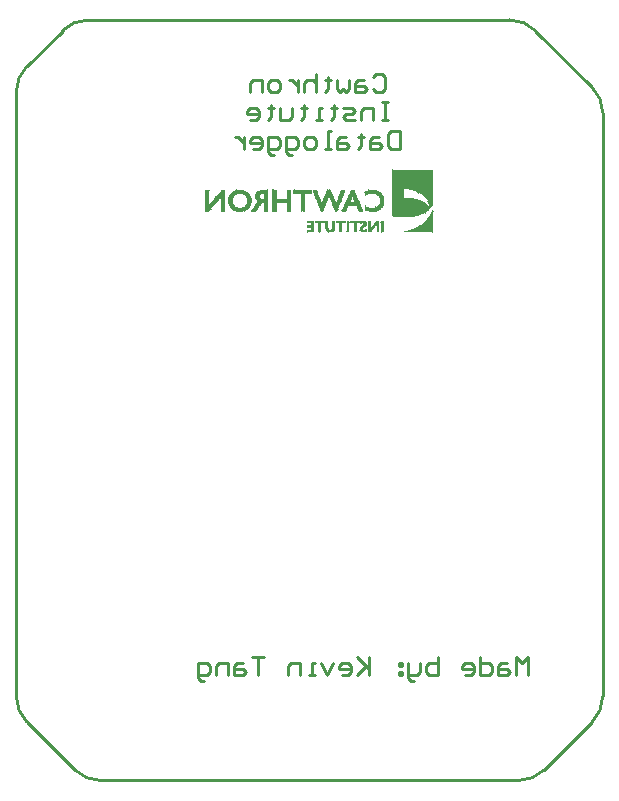
<source format=gbo>
G04 Layer_Color=32896*
%FSLAX25Y25*%
%MOIN*%
G70*
G01*
G75*
%ADD11C,0.01000*%
%ADD19C,0.00100*%
%ADD20C,0.00984*%
D11*
X170500Y35000D02*
Y40998D01*
X168501Y38999D01*
X166501Y40998D01*
Y35000D01*
X163502Y38999D02*
X161503D01*
X160503Y37999D01*
Y35000D01*
X163502D01*
X164502Y36000D01*
X163502Y36999D01*
X160503D01*
X154505Y40998D02*
Y35000D01*
X157504D01*
X158504Y36000D01*
Y37999D01*
X157504Y38999D01*
X154505D01*
X149507Y35000D02*
X151506D01*
X152506Y36000D01*
Y37999D01*
X151506Y38999D01*
X149507D01*
X148507Y37999D01*
Y36999D01*
X152506D01*
X140510Y40998D02*
Y35000D01*
X137511D01*
X136511Y36000D01*
Y36999D01*
Y37999D01*
X137511Y38999D01*
X140510D01*
X134512D02*
Y36000D01*
X133512Y35000D01*
X130513D01*
Y34000D01*
X131513Y33001D01*
X132512D01*
X130513Y35000D02*
Y38999D01*
X128514D02*
X127514D01*
Y37999D01*
X128514D01*
Y38999D01*
Y36000D02*
X127514D01*
Y35000D01*
X128514D01*
Y36000D01*
X117517Y40998D02*
Y35000D01*
Y36999D01*
X113518Y40998D01*
X116517Y37999D01*
X113518Y35000D01*
X108520D02*
X110519D01*
X111519Y36000D01*
Y37999D01*
X110519Y38999D01*
X108520D01*
X107520Y37999D01*
Y36999D01*
X111519D01*
X105521Y38999D02*
X103522Y35000D01*
X101522Y38999D01*
X99523Y35000D02*
X97524D01*
X98523D01*
Y38999D01*
X99523D01*
X94525Y35000D02*
Y38999D01*
X91526D01*
X90526Y37999D01*
Y35000D01*
X82529Y40998D02*
X78530D01*
X80529D01*
Y35000D01*
X75531Y38999D02*
X73531D01*
X72532Y37999D01*
Y35000D01*
X75531D01*
X76530Y36000D01*
X75531Y36999D01*
X72532D01*
X70532Y35000D02*
Y38999D01*
X67533D01*
X66534Y37999D01*
Y35000D01*
X62535Y33001D02*
X61535D01*
X60536Y34000D01*
Y38999D01*
X63535D01*
X64534Y37999D01*
Y36000D01*
X63535Y35000D01*
X60536D01*
X173036Y249964D02*
G03*
X164500Y253500I-8535J-8535D01*
G01*
X195500Y222500D02*
G03*
X191964Y231035I-12071J0D01*
G01*
Y19465D02*
G03*
X195500Y28000I-8535J8535D01*
G01*
X167500Y0D02*
G03*
X176035Y3536I0J12071D01*
G01*
X19465D02*
G03*
X28000Y0I8535J8535D01*
G01*
X0Y28000D02*
G03*
X3536Y19465I12071J0D01*
G01*
Y238035D02*
G03*
X0Y229500I8535J-8535D01*
G01*
X24000Y253500D02*
G03*
X15464Y249964I0J-12071D01*
G01*
X92000Y253500D02*
X164500D01*
X173036Y249964D02*
X191964Y231035D01*
X195500Y28000D02*
Y222500D01*
X176035Y3536D02*
X191964Y19465D01*
X28000Y0D02*
X167500D01*
X3536Y19465D02*
X19465Y3536D01*
X0Y28000D02*
Y229500D01*
X3536Y238035D02*
X15464Y249964D01*
X24000Y253500D02*
X92000D01*
D19*
X125300Y203700D02*
X125400D01*
X125500Y203600D02*
X138700D01*
X125400Y203500D02*
X138700D01*
X125400Y203400D02*
X138700D01*
X125400Y203300D02*
X138700D01*
X125400Y203200D02*
X138700D01*
X125400Y203100D02*
X138700D01*
X125400Y203000D02*
X138700D01*
X125400Y202900D02*
X138700D01*
X125400Y202800D02*
X138700D01*
X125400Y202700D02*
X138700D01*
X125400Y202600D02*
X138700D01*
X125400Y202500D02*
X138700D01*
X125400Y202400D02*
X138700D01*
X125400Y202300D02*
X138700D01*
X125400Y202200D02*
X138700D01*
X125400Y202100D02*
X138700D01*
X125400Y202000D02*
X138700D01*
X125400Y201900D02*
X138700D01*
X125400Y201800D02*
X138700D01*
X125400Y201700D02*
X138700D01*
X125400Y201600D02*
X138700D01*
X125400Y201500D02*
X138700D01*
X125400Y201400D02*
X138700D01*
X125400Y201300D02*
X138700D01*
X125400Y201200D02*
X138700D01*
X125400Y201100D02*
X138700D01*
X125400Y201000D02*
X138700D01*
X125400Y200900D02*
X138700D01*
X125400Y200800D02*
X138700D01*
X125400Y200700D02*
X138700D01*
X125400Y200600D02*
X138700D01*
X125400Y200500D02*
X138700D01*
X125400Y200400D02*
X138700D01*
X125400Y200300D02*
X138700D01*
X125400Y200200D02*
X138700D01*
X125400Y200100D02*
X138700D01*
X125400Y200000D02*
X138700D01*
X125400Y199900D02*
X138700D01*
X125400Y199800D02*
X138700D01*
X125400Y199700D02*
X138700D01*
X125400Y199600D02*
X138700D01*
X125400Y199500D02*
X138700D01*
X125400Y199400D02*
X138700D01*
X125400Y199300D02*
X138700D01*
X125400Y199200D02*
X138700D01*
X125400Y199100D02*
X138700D01*
X125400Y199000D02*
X138700D01*
X125400Y198900D02*
X138700D01*
X125400Y198800D02*
X138700D01*
X125400Y198700D02*
X138700D01*
X125400Y198600D02*
X138700D01*
X125400Y198500D02*
X138700D01*
X125400Y198400D02*
X138700D01*
X125400Y198300D02*
X138700D01*
X125400Y198200D02*
X138700D01*
X125400Y198100D02*
X138700D01*
X125400Y198000D02*
X138700D01*
X125400Y197900D02*
X138700D01*
X125400Y197800D02*
X138700D01*
X125400Y197700D02*
X138700D01*
X129000Y197600D02*
X138700D01*
X125400D02*
X128900D01*
X129900Y197500D02*
X138700D01*
X125400D02*
X129000D01*
X130500Y197400D02*
X138700D01*
X125400D02*
X128900D01*
X130900Y197300D02*
X138700D01*
X125400D02*
X128900D01*
X131300Y197200D02*
X138700D01*
X125400D02*
X128900D01*
X131700Y197100D02*
X138700D01*
X125400D02*
X128900D01*
X132000Y197000D02*
X138700D01*
X125400D02*
X128900D01*
X117200D02*
X117300D01*
X104300D02*
X104400D01*
X103600D02*
X103700D01*
X92600D02*
X92700D01*
X85400D02*
X85600D01*
X83500D02*
X83600D01*
X73100D02*
X73200D01*
X132300Y196900D02*
X138700D01*
X125400D02*
X128900D01*
X119400D02*
X119500D01*
X118200D02*
X118900D01*
X117400D02*
X117500D01*
X104600D02*
X104700D01*
X98200D02*
X98300D01*
X74000D02*
X74700D01*
X73200D02*
X73300D01*
X132600Y196800D02*
X138700D01*
X125400D02*
X128900D01*
X117600D02*
X119600D01*
X112400D02*
X112500D01*
X111500D02*
X112300D01*
X108300D02*
X109300D01*
X103600D02*
X104600D01*
X98800D02*
X99800D01*
X92300D02*
X98200D01*
X90200D02*
X91200D01*
X86500D02*
X86600D01*
X85400D02*
X86400D01*
X81500D02*
X83700D01*
X73400D02*
X75400D01*
X73000D02*
X73100D01*
X68500D02*
X69300D01*
X64000D02*
X64100D01*
X62900D02*
X63900D01*
X132800Y196700D02*
X138700D01*
X132500D02*
X132600D01*
X125400D02*
X128900D01*
X117100D02*
X119900D01*
X111500D02*
X112400D01*
X108300D02*
X109300D01*
X103500D02*
X104600D01*
X98800D02*
X99900D01*
X92400D02*
X98300D01*
X90200D02*
X91300D01*
X85400D02*
X86500D01*
X81100D02*
X83700D01*
X73000D02*
X75700D01*
X68400D02*
X69400D01*
X62900D02*
X63900D01*
X133100Y196600D02*
X138700D01*
X125400D02*
X128900D01*
X120300D02*
X120400D01*
X116900D02*
X120200D01*
X111500D02*
X112400D01*
X108200D02*
X109300D01*
X103500D02*
X104700D01*
X98900D02*
X100100D01*
X92400D02*
X98200D01*
X90200D02*
X91300D01*
X85400D02*
X86500D01*
X80800D02*
X83700D01*
X72800D02*
X76000D01*
X68300D02*
X69400D01*
X62900D02*
X63900D01*
X133300Y196500D02*
X138700D01*
X125400D02*
X128900D01*
X116600D02*
X120400D01*
X111400D02*
X112500D01*
X108200D02*
X109300D01*
X108000D02*
X108100D01*
X103400D02*
X104700D01*
X98900D02*
X100000D01*
X92400D02*
X98200D01*
X90200D02*
X91300D01*
X85400D02*
X86500D01*
X80600D02*
X83700D01*
X72600D02*
X76200D01*
X68200D02*
X69300D01*
X62900D02*
X63900D01*
X133600Y196400D02*
X138700D01*
X133100D02*
X133200D01*
X125400D02*
X128900D01*
X116300D02*
X120600D01*
X111400D02*
X112500D01*
X108100D02*
X109200D01*
X103400D02*
X104700D01*
X99000D02*
X100000D01*
X92400D02*
X98200D01*
X90200D02*
X91300D01*
X85400D02*
X86500D01*
X80400D02*
X83700D01*
X80200D02*
X80300D01*
X72400D02*
X76300D01*
X68100D02*
X69300D01*
X62900D02*
X63900D01*
X133800Y196300D02*
X138700D01*
X125400D02*
X128900D01*
X116200D02*
X120700D01*
X116000D02*
X116100D01*
X111300D02*
X112600D01*
X108100D02*
X109200D01*
X103400D02*
X104800D01*
X99000D02*
X100100D01*
X92400D02*
X98200D01*
X90200D02*
X91300D01*
X85400D02*
X86500D01*
X80300D02*
X83700D01*
X72200D02*
X76500D01*
X68000D02*
X69300D01*
X62900D02*
X63900D01*
X134000Y196200D02*
X138700D01*
X133800D02*
X133900D01*
X133600D02*
X133700D01*
X125400D02*
X128900D01*
X116200D02*
X120900D01*
X111300D02*
X112600D01*
X108100D02*
X109100D01*
X103200D02*
X104800D01*
X99000D02*
X100100D01*
X92400D02*
X98200D01*
X90200D02*
X91300D01*
X85400D02*
X86500D01*
X80200D02*
X83700D01*
X72100D02*
X76700D01*
X71900D02*
X72000D01*
X68000D02*
X69300D01*
X62900D02*
X63900D01*
X134200Y196100D02*
X138700D01*
X125400D02*
X128900D01*
X116200D02*
X121000D01*
X111200D02*
X112600D01*
X107900D02*
X109100D01*
X103300D02*
X104900D01*
X99100D02*
X100200D01*
X92400D02*
X98200D01*
X90200D02*
X91300D01*
X85400D02*
X86500D01*
X80100D02*
X83700D01*
X71900D02*
X76800D01*
X67900D02*
X69300D01*
X62900D02*
X63900D01*
X134400Y196000D02*
X138700D01*
X125400D02*
X128900D01*
X116200D02*
X121200D01*
X111200D02*
X112700D01*
X108000D02*
X109100D01*
X103200D02*
X104900D01*
X99100D02*
X100200D01*
X92400D02*
X98300D01*
X90200D02*
X91300D01*
X85400D02*
X86500D01*
X80000D02*
X83700D01*
X71800D02*
X76900D01*
X67800D02*
X69300D01*
X62900D02*
X63900D01*
X134600Y195900D02*
X138700D01*
X125400D02*
X128900D01*
X118700D02*
X121300D01*
X116200D02*
X118300D01*
X111100D02*
X112700D01*
X107900D02*
X109000D01*
X103200D02*
X104900D01*
X99200D02*
X100200D01*
X92400D02*
X98200D01*
X90200D02*
X91300D01*
X85400D02*
X86500D01*
X80000D02*
X83700D01*
X74500D02*
X77000D01*
X71700D02*
X74200D01*
X67700D02*
X69300D01*
X62900D02*
X63900D01*
X134700Y195800D02*
X138700D01*
X133800D02*
X133900D01*
X125400D02*
X128900D01*
X119400D02*
X121400D01*
X116200D02*
X117700D01*
X111100D02*
X112800D01*
X107900D02*
X109000D01*
X103200D02*
X105000D01*
X99200D02*
X100300D01*
X94800D02*
X95900D01*
X92600D02*
X92700D01*
X92300D02*
X92400D01*
X90200D02*
X91300D01*
X85400D02*
X86500D01*
X82700D02*
X83700D01*
X79900D02*
X81400D01*
X75200D02*
X77100D01*
X71600D02*
X73600D01*
X67600D02*
X69300D01*
X62900D02*
X63900D01*
X134900Y195700D02*
X138700D01*
X125400D02*
X128900D01*
X119700D02*
X121500D01*
X116200D02*
X117300D01*
X111100D02*
X112800D01*
X107800D02*
X108900D01*
X103100D02*
X105000D01*
X99200D02*
X100300D01*
X94800D02*
X95900D01*
X90200D02*
X91300D01*
X85400D02*
X86500D01*
X82700D02*
X83700D01*
X79800D02*
X81200D01*
X75500D02*
X77200D01*
X71500D02*
X73300D01*
X67500D02*
X69300D01*
X62900D02*
X63900D01*
X135100Y195600D02*
X138700D01*
X125400D02*
X128900D01*
X119900D02*
X121500D01*
X116200D02*
X117000D01*
X111000D02*
X112900D01*
X107800D02*
X108900D01*
X103100D02*
X105100D01*
X99300D02*
X100300D01*
X94800D02*
X95900D01*
X90200D02*
X91300D01*
X85400D02*
X86500D01*
X82700D02*
X83700D01*
X79800D02*
X81100D01*
X77400D02*
X77500D01*
X75700D02*
X77300D01*
X71400D02*
X73200D01*
X67400D02*
X69300D01*
X67200D02*
X67300D01*
X62900D02*
X63900D01*
X135200Y195500D02*
X138700D01*
X125400D02*
X128900D01*
X120100D02*
X121600D01*
X116200D02*
X116800D01*
X111000D02*
X112900D01*
X107800D02*
X108900D01*
X103000D02*
X105100D01*
X99300D02*
X100400D01*
X94800D02*
X95900D01*
X90200D02*
X91300D01*
X85400D02*
X86500D01*
X82700D02*
X83700D01*
X79800D02*
X81200D01*
X75900D02*
X77400D01*
X71400D02*
X72900D01*
X71100D02*
X71200D01*
X67300D02*
X69300D01*
X62900D02*
X63900D01*
X135400Y195400D02*
X138700D01*
X125400D02*
X128900D01*
X120200D02*
X121700D01*
X116700D02*
X116800D01*
X116200D02*
X116600D01*
X110800D02*
X112900D01*
X107700D02*
X108800D01*
X103000D02*
X105100D01*
X99300D02*
X100400D01*
X94800D02*
X95900D01*
X90200D02*
X91300D01*
X85400D02*
X86500D01*
X82700D02*
X83700D01*
X79700D02*
X80900D01*
X76000D02*
X77500D01*
X71300D02*
X72800D01*
X71100D02*
X71200D01*
X67300D02*
X69300D01*
X62900D02*
X63900D01*
X135500Y195300D02*
X138700D01*
X125400D02*
X128900D01*
X120400D02*
X121800D01*
X116200D02*
X116400D01*
X110900D02*
X113000D01*
X107700D02*
X108800D01*
X103000D02*
X105200D01*
X99400D02*
X100600D01*
X94800D02*
X95900D01*
X90200D02*
X91300D01*
X85400D02*
X86500D01*
X82700D02*
X83700D01*
X79700D02*
X80800D01*
X76100D02*
X77500D01*
X71100D02*
X72600D01*
X67200D02*
X69300D01*
X62900D02*
X63900D01*
X135600Y195200D02*
X138700D01*
X125400D02*
X128900D01*
X120500D02*
X121800D01*
X110800D02*
X113000D01*
X107700D02*
X108700D01*
X105300D02*
X105400D01*
X104100D02*
X105200D01*
X102900D02*
X104000D01*
X99400D02*
X100500D01*
X94800D02*
X95900D01*
X90200D02*
X91300D01*
X85400D02*
X86500D01*
X82700D02*
X83700D01*
X79700D02*
X80800D01*
X76200D02*
X77600D01*
X71200D02*
X72500D01*
X67100D02*
X69300D01*
X62900D02*
X63900D01*
X135800Y195100D02*
X138700D01*
X135500D02*
X135700D01*
X125400D02*
X128900D01*
X120600D02*
X121900D01*
X112000D02*
X113200D01*
X110800D02*
X111900D01*
X110600D02*
X110700D01*
X107600D02*
X108700D01*
X104200D02*
X105400D01*
X102900D02*
X104000D01*
X99500D02*
X100500D01*
X94800D02*
X95900D01*
X90200D02*
X91300D01*
X85400D02*
X86500D01*
X82700D02*
X83700D01*
X79700D02*
X80800D01*
X76400D02*
X77600D01*
X71100D02*
X72400D01*
X67000D02*
X69300D01*
X62900D02*
X63900D01*
X135900Y195000D02*
X138700D01*
X125400D02*
X128900D01*
X120700D02*
X121900D01*
X112000D02*
X113100D01*
X110700D02*
X111900D01*
X107600D02*
X108700D01*
X104100D02*
X105300D01*
X102800D02*
X103900D01*
X99500D02*
X100600D01*
X94800D02*
X95900D01*
X90200D02*
X91300D01*
X85400D02*
X86500D01*
X82700D02*
X83700D01*
X79700D02*
X80800D01*
X76400D02*
X77700D01*
X71000D02*
X72300D01*
X66900D02*
X69300D01*
X62900D02*
X63900D01*
X136000Y194900D02*
X138700D01*
X125400D02*
X128900D01*
X120800D02*
X122000D01*
X112100D02*
X113200D01*
X110700D02*
X111800D01*
X107400D02*
X108600D01*
X104300D02*
X105300D01*
X102800D02*
X103900D01*
X99600D02*
X100600D01*
X94800D02*
X95900D01*
X90200D02*
X91300D01*
X85400D02*
X86500D01*
X82700D02*
X83700D01*
X79700D02*
X80800D01*
X76500D02*
X77900D01*
X71000D02*
X72300D01*
X68300D02*
X69300D01*
X66800D02*
X68200D01*
X62900D02*
X63900D01*
X136100Y194800D02*
X138700D01*
X125400D02*
X128900D01*
X120800D02*
X122000D01*
X112100D02*
X113200D01*
X110500D02*
X111800D01*
X107500D02*
X108600D01*
X105500D02*
X105600D01*
X104300D02*
X105400D01*
X102800D02*
X103900D01*
X99600D02*
X100700D01*
X94800D02*
X95900D01*
X90200D02*
X91300D01*
X85400D02*
X86500D01*
X82700D02*
X83700D01*
X79700D02*
X80800D01*
X76600D02*
X77800D01*
X71000D02*
X72200D01*
X68300D02*
X69300D01*
X66700D02*
X68100D01*
X62900D02*
X63900D01*
X136200Y194700D02*
X138700D01*
X125400D02*
X128900D01*
X120900D02*
X122100D01*
X112200D02*
X113400D01*
X110500D02*
X111700D01*
X107500D02*
X108500D01*
X104300D02*
X105400D01*
X102700D02*
X103800D01*
X99600D02*
X100700D01*
X94800D02*
X95900D01*
X90200D02*
X91300D01*
X85400D02*
X86500D01*
X82700D02*
X83700D01*
X79700D02*
X80800D01*
X76600D02*
X77900D01*
X70900D02*
X72100D01*
X68300D02*
X69300D01*
X66600D02*
X68000D01*
X66400D02*
X66500D01*
X62900D02*
X63900D01*
X136300Y194600D02*
X138700D01*
X125400D02*
X128900D01*
X120900D02*
X122100D01*
X112200D02*
X113300D01*
X110600D02*
X111700D01*
X107400D02*
X108500D01*
X104400D02*
X105500D01*
X102700D02*
X103800D01*
X99700D02*
X100700D01*
X94800D02*
X95900D01*
X90200D02*
X91300D01*
X85400D02*
X86500D01*
X82700D02*
X83700D01*
X79700D02*
X80800D01*
X76700D02*
X77900D01*
X70900D02*
X72200D01*
X68300D02*
X69300D01*
X68100D02*
X68200D01*
X66600D02*
X67900D01*
X62900D02*
X63900D01*
X136400Y194500D02*
X138700D01*
X125400D02*
X128900D01*
X121000D02*
X122200D01*
X112100D02*
X113300D01*
X110500D02*
X111700D01*
X107400D02*
X108500D01*
X104400D02*
X105500D01*
X102600D02*
X103700D01*
X99700D02*
X100800D01*
X94800D02*
X95900D01*
X90200D02*
X91300D01*
X85400D02*
X86500D01*
X82700D02*
X83700D01*
X79700D02*
X80800D01*
X76700D02*
X77900D01*
X70700D02*
X72000D01*
X68300D02*
X69300D01*
X67900D02*
X68000D01*
X66500D02*
X67800D01*
X62900D02*
X63900D01*
X136500Y194400D02*
X138700D01*
X125400D02*
X128900D01*
X121000D02*
X122200D01*
X112300D02*
X113400D01*
X110500D02*
X111600D01*
X107200D02*
X108500D01*
X104500D02*
X105500D01*
X102600D02*
X103700D01*
X99800D02*
X100800D01*
X94800D02*
X95900D01*
X90200D02*
X91300D01*
X85400D02*
X86500D01*
X82700D02*
X83700D01*
X79700D02*
X80900D01*
X76800D02*
X78000D01*
X70800D02*
X72000D01*
X68300D02*
X69300D01*
X66400D02*
X67700D01*
X62900D02*
X63900D01*
X136600Y194300D02*
X138700D01*
X131200D02*
X131300D01*
X125400D02*
X128900D01*
X121100D02*
X122200D01*
X112300D02*
X113400D01*
X110400D02*
X111600D01*
X107300D02*
X108400D01*
X104500D02*
X105600D01*
X102600D02*
X103700D01*
X99800D02*
X100900D01*
X94800D02*
X95900D01*
X90200D02*
X91300D01*
X85400D02*
X86500D01*
X82700D02*
X83700D01*
X79700D02*
X80900D01*
X76800D02*
X78000D01*
X70800D02*
X71900D01*
X68300D02*
X69300D01*
X66300D02*
X67700D01*
X62900D02*
X63900D01*
X136700Y194200D02*
X138700D01*
X136500D02*
X136600D01*
X129100D02*
X130500D01*
X125400D02*
X128900D01*
X121100D02*
X122300D01*
X112400D02*
X113500D01*
X110400D02*
X111500D01*
X107300D02*
X108300D01*
X104500D02*
X105600D01*
X102500D02*
X103600D01*
X99800D02*
X100900D01*
X94800D02*
X95900D01*
X90200D02*
X91300D01*
X85400D02*
X86500D01*
X82700D02*
X83700D01*
X79800D02*
X81000D01*
X76900D02*
X78000D01*
X70700D02*
X71900D01*
X68300D02*
X69300D01*
X67700D02*
X67800D01*
X66200D02*
X67600D01*
X62900D02*
X63900D01*
X136700Y194100D02*
X138700D01*
X125400D02*
X131800D01*
X121200D02*
X122300D01*
X112400D02*
X113500D01*
X112200D02*
X112300D01*
X110300D02*
X111500D01*
X110100D02*
X110200D01*
X107200D02*
X108300D01*
X104600D02*
X105700D01*
X102500D02*
X103700D01*
X99900D02*
X100900D01*
X94800D02*
X95900D01*
X90200D02*
X91300D01*
X85400D02*
X86500D01*
X82700D02*
X83700D01*
X79800D02*
X81100D01*
X76900D02*
X78000D01*
X70700D02*
X71900D01*
X68300D02*
X69300D01*
X66100D02*
X67500D01*
X62900D02*
X63900D01*
X136800Y194000D02*
X138700D01*
X125400D02*
X132300D01*
X121200D02*
X122300D01*
X112400D02*
X113500D01*
X110300D02*
X111400D01*
X107200D02*
X108200D01*
X104600D02*
X105700D01*
X102400D02*
X103500D01*
X99900D02*
X101000D01*
X99700D02*
X99800D01*
X94800D02*
X95900D01*
X90200D02*
X91300D01*
X85400D02*
X86500D01*
X82700D02*
X83700D01*
X79900D02*
X81300D01*
X76900D02*
X78100D01*
X70700D02*
X71800D01*
X68300D02*
X69300D01*
X66000D02*
X67400D01*
X62900D02*
X63900D01*
X136900Y193900D02*
X138700D01*
X133200D02*
X133400D01*
X125400D02*
X132800D01*
X121200D02*
X122300D01*
X112500D02*
X113600D01*
X110300D02*
X111500D01*
X107100D02*
X108200D01*
X104700D02*
X105700D01*
X102400D02*
X103500D01*
X100000D02*
X101000D01*
X94800D02*
X95900D01*
X90200D02*
X91300D01*
X90000D02*
X90100D01*
X85400D02*
X86600D01*
X82700D02*
X83700D01*
X79900D02*
X81500D01*
X76900D02*
X78100D01*
X70700D02*
X71800D01*
X68300D02*
X69300D01*
X65900D02*
X67300D01*
X62900D02*
X63900D01*
X136900Y193800D02*
X138700D01*
X125400D02*
X133300D01*
X121200D02*
X122300D01*
X112400D02*
X113600D01*
X110200D02*
X111500D01*
X107100D02*
X108200D01*
X104700D02*
X105800D01*
X102400D02*
X103500D01*
X100000D02*
X101100D01*
X94800D02*
X95900D01*
X85400D02*
X91300D01*
X80000D02*
X83700D01*
X77000D02*
X78100D01*
X70700D02*
X71800D01*
X68300D02*
X69300D01*
X65900D02*
X67200D01*
X62900D02*
X63900D01*
X137000Y193700D02*
X138700D01*
X125400D02*
X133600D01*
X121200D02*
X122400D01*
X112600D02*
X113700D01*
X110200D02*
X111300D01*
X107100D02*
X108100D01*
X104800D02*
X105800D01*
X102300D02*
X103400D01*
X100000D02*
X101100D01*
X94800D02*
X95900D01*
X85400D02*
X91300D01*
X80100D02*
X83700D01*
X77000D02*
X78100D01*
X70700D02*
X71800D01*
X68300D02*
X69300D01*
X65800D02*
X67100D01*
X62900D02*
X63900D01*
X137100Y193600D02*
X138700D01*
X125400D02*
X134000D01*
X121300D02*
X122400D01*
X112600D02*
X113700D01*
X110100D02*
X111300D01*
X107000D02*
X108100D01*
X104800D02*
X105900D01*
X102300D02*
X103500D01*
X100100D02*
X101100D01*
X94800D02*
X95900D01*
X85400D02*
X91300D01*
X80100D02*
X83700D01*
X77000D02*
X78100D01*
X70700D02*
X71800D01*
X68300D02*
X69300D01*
X67100D02*
X67200D01*
X65700D02*
X67000D01*
X62900D02*
X63900D01*
X137100Y193500D02*
X138700D01*
X125400D02*
X134200D01*
X121300D02*
X122400D01*
X112700D02*
X113800D01*
X110100D02*
X111200D01*
X107000D02*
X108100D01*
X104800D02*
X105900D01*
X102200D02*
X103400D01*
X100100D02*
X101200D01*
X94800D02*
X95900D01*
X85400D02*
X91300D01*
X80200D02*
X83700D01*
X77000D02*
X78100D01*
X70600D02*
X71800D01*
X68300D02*
X69300D01*
X65600D02*
X67000D01*
X62900D02*
X63900D01*
X137200Y193400D02*
X138700D01*
X134600D02*
X134700D01*
X125400D02*
X134500D01*
X121300D02*
X122400D01*
X112700D02*
X113800D01*
X110000D02*
X111200D01*
X106900D02*
X108000D01*
X104900D02*
X106000D01*
X102200D02*
X103300D01*
X100200D02*
X101200D01*
X94800D02*
X95900D01*
X85400D02*
X91300D01*
X80400D02*
X83700D01*
X77000D02*
X78100D01*
X70600D02*
X71800D01*
X68300D02*
X69300D01*
X65500D02*
X66900D01*
X62900D02*
X63900D01*
X137200Y193300D02*
X138700D01*
X134900D02*
X135000D01*
X125400D02*
X134700D01*
X121300D02*
X122400D01*
X112800D02*
X113900D01*
X110000D02*
X111100D01*
X106900D02*
X108000D01*
X104900D02*
X106000D01*
X102200D02*
X103300D01*
X100200D02*
X101300D01*
X94800D02*
X95900D01*
X85400D02*
X91300D01*
X80500D02*
X83700D01*
X77000D02*
X78100D01*
X70600D02*
X71800D01*
X68300D02*
X69300D01*
X65400D02*
X66800D01*
X62900D02*
X63900D01*
X137200Y193200D02*
X138700D01*
X137000D02*
X137100D01*
X125400D02*
X135000D01*
X121300D02*
X122400D01*
X112800D02*
X113900D01*
X110000D02*
X111100D01*
X106900D02*
X107900D01*
X105000D02*
X106000D01*
X104800D02*
X104900D01*
X103300D02*
X103400D01*
X102100D02*
X103200D01*
X100200D02*
X101300D01*
X94800D02*
X95900D01*
X85400D02*
X91300D01*
X80700D02*
X83700D01*
X77000D02*
X78100D01*
X70600D02*
X71800D01*
X68300D02*
X69300D01*
X65300D02*
X66700D01*
X62900D02*
X63900D01*
X137300Y193100D02*
X138700D01*
X125400D02*
X135200D01*
X121300D02*
X122400D01*
X112700D02*
X113900D01*
X109900D02*
X111000D01*
X108000D02*
X108100D01*
X106800D02*
X107900D01*
X105000D02*
X106100D01*
X102100D02*
X103300D01*
X100300D02*
X101300D01*
X94800D02*
X95900D01*
X85400D02*
X91300D01*
X80700D02*
X83700D01*
X80400D02*
X80500D01*
X77000D02*
X78100D01*
X70700D02*
X71900D01*
X68300D02*
X69300D01*
X65200D02*
X66600D01*
X62900D02*
X63900D01*
X137300Y193000D02*
X138700D01*
X125400D02*
X135300D01*
X121200D02*
X122400D01*
X112900D02*
X114100D01*
X109800D02*
X111000D01*
X106800D02*
X107800D01*
X106200D02*
X106300D01*
X105000D02*
X106100D01*
X103200D02*
X103300D01*
X102000D02*
X103100D01*
X100300D02*
X101400D01*
X94800D02*
X95900D01*
X85400D02*
X91300D01*
X80500D02*
X83700D01*
X77000D02*
X78100D01*
X70700D02*
X71800D01*
X68300D02*
X69300D01*
X65200D02*
X66500D01*
X62900D02*
X63900D01*
X137300Y192900D02*
X138700D01*
X125400D02*
X135500D01*
X121200D02*
X122400D01*
X112900D02*
X114000D01*
X109800D02*
X110900D01*
X106700D02*
X107800D01*
X105100D02*
X106300D01*
X102000D02*
X103100D01*
X100400D02*
X101400D01*
X94800D02*
X95900D01*
X85400D02*
X91300D01*
X80400D02*
X83700D01*
X77000D02*
X78100D01*
X70700D02*
X71800D01*
X68300D02*
X69300D01*
X66500D02*
X66600D01*
X65100D02*
X66400D01*
X62900D02*
X63900D01*
X137400Y192800D02*
X138700D01*
X125400D02*
X135700D01*
X121200D02*
X122300D01*
X109800D02*
X114100D01*
X106700D02*
X107800D01*
X105100D02*
X106200D01*
X101900D02*
X103100D01*
X100400D02*
X101500D01*
X94800D02*
X95900D01*
X90200D02*
X91300D01*
X85400D02*
X86500D01*
X82700D02*
X83700D01*
X80300D02*
X81900D01*
X76900D02*
X78100D01*
X70700D02*
X71800D01*
X68300D02*
X69300D01*
X65000D02*
X66300D01*
X62900D02*
X63900D01*
X137400Y192700D02*
X138700D01*
X125400D02*
X135900D01*
X121200D02*
X122300D01*
X109700D02*
X114100D01*
X106500D02*
X107700D01*
X106300D02*
X106400D01*
X105200D02*
X106200D01*
X101900D02*
X103000D01*
X100500D02*
X101600D01*
X94800D02*
X95900D01*
X90200D02*
X91300D01*
X85400D02*
X86500D01*
X82700D02*
X83700D01*
X80100D02*
X81700D01*
X76900D02*
X78100D01*
X70700D02*
X71800D01*
X68300D02*
X69300D01*
X64900D02*
X66300D01*
X62900D02*
X63900D01*
X137400Y192600D02*
X138700D01*
X136200D02*
X136300D01*
X125400D02*
X136000D01*
X121200D02*
X122300D01*
X109700D02*
X114100D01*
X106600D02*
X107700D01*
X105200D02*
X106400D01*
X101900D02*
X103000D01*
X100500D02*
X101500D01*
X94800D02*
X95900D01*
X90200D02*
X91300D01*
X85400D02*
X86500D01*
X82700D02*
X83700D01*
X80200D02*
X81600D01*
X76900D02*
X78000D01*
X70700D02*
X71900D01*
X68300D02*
X69300D01*
X64800D02*
X66200D01*
X62900D02*
X63900D01*
X137500Y192500D02*
X138700D01*
X125400D02*
X136100D01*
X121100D02*
X122300D01*
X109600D02*
X114200D01*
X106600D02*
X107600D01*
X105200D02*
X106300D01*
X101800D02*
X102900D01*
X100500D02*
X101600D01*
X94800D02*
X95900D01*
X90200D02*
X91300D01*
X85400D02*
X86500D01*
X82700D02*
X83700D01*
X80100D02*
X81400D01*
X76900D02*
X78000D01*
X70800D02*
X71900D01*
X68300D02*
X69300D01*
X64700D02*
X66100D01*
X62900D02*
X63900D01*
X137500Y192400D02*
X138600D01*
X125400D02*
X136300D01*
X121100D02*
X122300D01*
X109600D02*
X114200D01*
X106500D02*
X107600D01*
X105300D02*
X106300D01*
X101800D02*
X102900D01*
X100600D02*
X101600D01*
X94800D02*
X95900D01*
X90200D02*
X91300D01*
X85400D02*
X86500D01*
X82700D02*
X83700D01*
X80000D02*
X81300D01*
X76800D02*
X78000D01*
X70800D02*
X71900D01*
X68300D02*
X69300D01*
X64600D02*
X66000D01*
X62900D02*
X63900D01*
X137500Y192300D02*
X138600D01*
X125400D02*
X136400D01*
X121100D02*
X122200D01*
X109500D02*
X114300D01*
X106500D02*
X107600D01*
X105200D02*
X106400D01*
X101800D02*
X102900D01*
X100500D02*
X101700D01*
X94800D02*
X95900D01*
X90200D02*
X91300D01*
X85400D02*
X86500D01*
X82700D02*
X83700D01*
X79900D02*
X81200D01*
X76800D02*
X78000D01*
X70800D02*
X72000D01*
X68300D02*
X69300D01*
X64500D02*
X65900D01*
X62900D02*
X63900D01*
X137500Y192200D02*
X138500D01*
X125400D02*
X136500D01*
X121000D02*
X122200D01*
X109500D02*
X114300D01*
X105300D02*
X107500D01*
X100700D02*
X102800D01*
X94800D02*
X95900D01*
X90200D02*
X91300D01*
X85400D02*
X86500D01*
X82700D02*
X83700D01*
X79900D02*
X81100D01*
X76700D02*
X77900D01*
X70800D02*
X72000D01*
X68300D02*
X69300D01*
X64500D02*
X65800D01*
X62900D02*
X63900D01*
X137500Y192100D02*
X138500D01*
X125400D02*
X136600D01*
X121000D02*
X122100D01*
X109500D02*
X114500D01*
X105400D02*
X107500D01*
X100700D02*
X102800D01*
X100500D02*
X100600D01*
X94800D02*
X95900D01*
X90200D02*
X91300D01*
X85400D02*
X86500D01*
X82700D02*
X83700D01*
X79800D02*
X81100D01*
X76700D02*
X77900D01*
X70900D02*
X72100D01*
X68300D02*
X69300D01*
X64400D02*
X65700D01*
X62900D02*
X63900D01*
X137500Y192000D02*
X138400D01*
X125400D02*
X136700D01*
X120900D02*
X122100D01*
X109400D02*
X114400D01*
X105400D02*
X107500D01*
X100700D02*
X102800D01*
X94800D02*
X95900D01*
X90200D02*
X91300D01*
X85400D02*
X86500D01*
X82700D02*
X83700D01*
X81100D02*
X81200D01*
X79700D02*
X81000D01*
X76600D02*
X77900D01*
X70900D02*
X72100D01*
X68300D02*
X69300D01*
X64300D02*
X65700D01*
X62900D02*
X63900D01*
X137500Y191900D02*
X138400D01*
X125400D02*
X136800D01*
X120800D02*
X122100D01*
X109400D02*
X114500D01*
X105500D02*
X107400D01*
X105300D02*
X105400D01*
X100800D02*
X102800D01*
X100600D02*
X100700D01*
X94800D02*
X95900D01*
X90200D02*
X91300D01*
X85400D02*
X86500D01*
X82700D02*
X83700D01*
X81200D02*
X81300D01*
X79700D02*
X80900D01*
X76600D02*
X77800D01*
X71000D02*
X72200D01*
X68300D02*
X69300D01*
X64200D02*
X65600D01*
X62900D02*
X63900D01*
X138400Y191800D02*
X138500D01*
X137500D02*
X138300D01*
X125400D02*
X136900D01*
X120800D02*
X122000D01*
X113400D02*
X114600D01*
X109300D02*
X110400D01*
X105400D02*
X107400D01*
X100800D02*
X102600D01*
X94800D02*
X95900D01*
X90200D02*
X91300D01*
X85400D02*
X86500D01*
X82700D02*
X83700D01*
X79600D02*
X80800D01*
X76500D02*
X77800D01*
X72500D02*
X72600D01*
X71000D02*
X72300D01*
X68300D02*
X69300D01*
X64100D02*
X65500D01*
X62900D02*
X63900D01*
X137500Y191700D02*
X138300D01*
X125400D02*
X137000D01*
X120700D02*
X122000D01*
X120500D02*
X120600D01*
X116100D02*
X116200D01*
X114600D02*
X114700D01*
X113400D02*
X114500D01*
X109300D02*
X110400D01*
X105600D02*
X107300D01*
X105400D02*
X105500D01*
X100900D02*
X102600D01*
X94800D02*
X95900D01*
X90200D02*
X91300D01*
X85400D02*
X86500D01*
X82700D02*
X83700D01*
X79500D02*
X80800D01*
X76400D02*
X77700D01*
X71100D02*
X72300D01*
X68300D02*
X69300D01*
X64000D02*
X65400D01*
X62900D02*
X63900D01*
X138300Y191600D02*
X138400D01*
X137500D02*
X138200D01*
X125400D02*
X137100D01*
X120600D02*
X121900D01*
X113500D02*
X114700D01*
X109200D02*
X110300D01*
X105600D02*
X107300D01*
X100900D02*
X102600D01*
X94800D02*
X95900D01*
X90200D02*
X91300D01*
X85400D02*
X86500D01*
X82700D02*
X83700D01*
X79500D02*
X80700D01*
X76300D02*
X77600D01*
X71100D02*
X72400D01*
X68300D02*
X69300D01*
X62900D02*
X65300D01*
X137500Y191500D02*
X138200D01*
X125400D02*
X137200D01*
X120500D02*
X121900D01*
X116100D02*
X116300D01*
X113500D02*
X114600D01*
X109200D02*
X110300D01*
X105600D02*
X107300D01*
X100900D02*
X102500D01*
X94800D02*
X95900D01*
X90200D02*
X91300D01*
X85400D02*
X86500D01*
X82700D02*
X83700D01*
X79400D02*
X80600D01*
X76200D02*
X77600D01*
X71200D02*
X72500D01*
X68300D02*
X69300D01*
X62900D02*
X65200D01*
X137500Y191400D02*
X138100D01*
X125400D02*
X137300D01*
X120400D02*
X121800D01*
X119500D02*
X119600D01*
X116100D02*
X116400D01*
X113600D02*
X114700D01*
X109100D02*
X110400D01*
X105700D02*
X107200D01*
X101000D02*
X102500D01*
X94800D02*
X95900D01*
X90200D02*
X91300D01*
X85400D02*
X86500D01*
X82700D02*
X83700D01*
X79300D02*
X80600D01*
X76100D02*
X77500D01*
X71100D02*
X72600D01*
X68300D02*
X69300D01*
X62900D02*
X65100D01*
X137500Y191300D02*
X138000D01*
X125400D02*
X137400D01*
X120200D02*
X121700D01*
X116100D02*
X116600D01*
X113600D02*
X114700D01*
X109100D02*
X110200D01*
X108900D02*
X109000D01*
X105700D02*
X107200D01*
X101000D02*
X102500D01*
X94800D02*
X95900D01*
X90200D02*
X91300D01*
X85400D02*
X86500D01*
X82700D02*
X83700D01*
X79300D02*
X80500D01*
X76000D02*
X77500D01*
X71300D02*
X72800D01*
X71100D02*
X71200D01*
X68300D02*
X69300D01*
X62900D02*
X65000D01*
X137500Y191200D02*
X138000D01*
X125400D02*
X137400D01*
X121800D02*
X121900D01*
X120100D02*
X121700D01*
X119900D02*
X120000D01*
X116900D02*
X117100D01*
X116100D02*
X116800D01*
X113500D02*
X114700D01*
X109100D02*
X110200D01*
X108900D02*
X109000D01*
X105800D02*
X107100D01*
X101100D02*
X102400D01*
X94800D02*
X95900D01*
X90200D02*
X91300D01*
X85400D02*
X86500D01*
X82700D02*
X83700D01*
X79200D02*
X80400D01*
X75900D02*
X77400D01*
X71400D02*
X72900D01*
X68300D02*
X69300D01*
X62900D02*
X65000D01*
X125400Y191100D02*
X137900D01*
X119900D02*
X121600D01*
X116100D02*
X117000D01*
X113700D02*
X114800D01*
X108900D02*
X110100D01*
X105800D02*
X107100D01*
X101100D02*
X102500D01*
X94800D02*
X95900D01*
X90200D02*
X91300D01*
X85400D02*
X86500D01*
X82700D02*
X83700D01*
X79200D02*
X80400D01*
X75700D02*
X77300D01*
X71400D02*
X73100D01*
X68300D02*
X69300D01*
X62900D02*
X64900D01*
X125400Y191000D02*
X137800D01*
X119700D02*
X121500D01*
X116100D02*
X117300D01*
X113600D02*
X114800D01*
X109000D02*
X110100D01*
X105800D02*
X107000D01*
X102400D02*
X102500D01*
X101100D02*
X102300D01*
X94800D02*
X95900D01*
X90200D02*
X91300D01*
X85400D02*
X86500D01*
X82700D02*
X83700D01*
X79100D02*
X80300D01*
X75400D02*
X77200D01*
X73500D02*
X73600D01*
X71500D02*
X73300D01*
X68300D02*
X69300D01*
X62900D02*
X64800D01*
X125400Y190900D02*
X137700D01*
X119400D02*
X121400D01*
X119100D02*
X119200D01*
X116100D02*
X117700D01*
X113800D02*
X114900D01*
X113600D02*
X113700D01*
X108800D02*
X110000D01*
X105900D02*
X107000D01*
X101200D02*
X102300D01*
X94800D02*
X95900D01*
X90200D02*
X91300D01*
X85400D02*
X86500D01*
X82700D02*
X83700D01*
X80300D02*
X80400D01*
X79000D02*
X80200D01*
X75200D02*
X77100D01*
X71600D02*
X73600D01*
X68300D02*
X69300D01*
X62900D02*
X64700D01*
X125400Y190800D02*
X137600D01*
X118700D02*
X121300D01*
X116100D02*
X118500D01*
X113800D02*
X114900D01*
X113600D02*
X113700D01*
X108900D02*
X110000D01*
X105900D02*
X107000D01*
X101200D02*
X102400D01*
X94800D02*
X95900D01*
X90200D02*
X91300D01*
X85400D02*
X86500D01*
X82700D02*
X83700D01*
X79000D02*
X80200D01*
X74500D02*
X77000D01*
X71700D02*
X74300D01*
X68300D02*
X69300D01*
X62900D02*
X64600D01*
X125400Y190700D02*
X137500D01*
X116100D02*
X121200D01*
X113900D02*
X115000D01*
X108800D02*
X109900D01*
X106000D02*
X106900D01*
X102300D02*
X102400D01*
X101300D02*
X102200D01*
X94800D02*
X95900D01*
X90200D02*
X91300D01*
X85400D02*
X86500D01*
X82700D02*
X83700D01*
X78900D02*
X80100D01*
X71800D02*
X76900D01*
X68300D02*
X69300D01*
X62900D02*
X64500D01*
X125400Y190600D02*
X137400D01*
X121200D02*
X121300D01*
X116100D02*
X121100D01*
X113900D02*
X115000D01*
X108800D02*
X109900D01*
X107300D02*
X107400D01*
X105900D02*
X106900D01*
X101300D02*
X102200D01*
X94800D02*
X95900D01*
X90200D02*
X91300D01*
X85400D02*
X86500D01*
X82700D02*
X83700D01*
X78800D02*
X80100D01*
X71900D02*
X76800D01*
X68300D02*
X69300D01*
X64700D02*
X64800D01*
X62900D02*
X64400D01*
X125400Y190500D02*
X137400D01*
X116100D02*
X120900D01*
X113900D02*
X115000D01*
X108700D02*
X109800D01*
X106100D02*
X106800D01*
X101300D02*
X102100D01*
X94800D02*
X95900D01*
X90200D02*
X91300D01*
X85400D02*
X86500D01*
X82700D02*
X83700D01*
X78800D02*
X80000D01*
X72100D02*
X76700D01*
X68300D02*
X69300D01*
X62900D02*
X64300D01*
X125400Y190400D02*
X137200D01*
X116100D02*
X120800D01*
X114000D02*
X115100D01*
X108700D02*
X109800D01*
X106100D02*
X106800D01*
X101400D02*
X102100D01*
X94800D02*
X95900D01*
X90200D02*
X91300D01*
X85400D02*
X86500D01*
X82700D02*
X83700D01*
X78700D02*
X79900D01*
X72200D02*
X76500D01*
X68300D02*
X69300D01*
X62900D02*
X64300D01*
X125400Y190300D02*
X137100D01*
X116300D02*
X120600D01*
X116100D02*
X116200D01*
X113900D02*
X115100D01*
X108700D02*
X109900D01*
X106100D02*
X106800D01*
X101400D02*
X102100D01*
X94800D02*
X95900D01*
X90200D02*
X91300D01*
X85400D02*
X86500D01*
X82700D02*
X83700D01*
X78600D02*
X79900D01*
X72400D02*
X76400D01*
X72100D02*
X72200D01*
X68300D02*
X69300D01*
X62900D02*
X64200D01*
X125400Y190200D02*
X137100D01*
X116600D02*
X120400D01*
X114100D02*
X115200D01*
X108600D02*
X109700D01*
X108400D02*
X108500D01*
X106200D02*
X106700D01*
X101500D02*
X102000D01*
X94800D02*
X95900D01*
X90200D02*
X91300D01*
X85400D02*
X86500D01*
X82700D02*
X83700D01*
X78500D02*
X79800D01*
X72600D02*
X76200D01*
X68300D02*
X69300D01*
X62900D02*
X64100D01*
X125400Y190100D02*
X136900D01*
X116800D02*
X120200D01*
X114100D02*
X115200D01*
X108400D02*
X109700D01*
X106200D02*
X106700D01*
X101500D02*
X102000D01*
X94800D02*
X95900D01*
X90200D02*
X91300D01*
X85400D02*
X86500D01*
X82700D02*
X83700D01*
X78500D02*
X79700D01*
X72800D02*
X76000D01*
X68300D02*
X69400D01*
X62900D02*
X64000D01*
X138600Y190000D02*
X138700D01*
X125400D02*
X136800D01*
X117100D02*
X120000D01*
X114200D02*
X115300D01*
X108500D02*
X109600D01*
X106300D02*
X106600D01*
X101500D02*
X101900D01*
X94800D02*
X95900D01*
X90200D02*
X91300D01*
X85400D02*
X86500D01*
X82700D02*
X83700D01*
X78400D02*
X79700D01*
X73100D02*
X75700D01*
X68300D02*
X69400D01*
X62900D02*
X63900D01*
X138900Y189900D02*
X139000D01*
X138500D02*
X138700D01*
X125400D02*
X136600D01*
X119900D02*
X120000D01*
X117500D02*
X119600D01*
X114200D02*
X115200D01*
X108500D02*
X109500D01*
X106300D02*
X106600D01*
X101600D02*
X101900D01*
X95700D02*
X95800D01*
X94900D02*
X95000D01*
X90200D02*
X91200D01*
X85400D02*
X86400D01*
X82700D02*
X83700D01*
X78400D02*
X79600D01*
X75900D02*
X76000D01*
X73400D02*
X75400D01*
X68400D02*
X69300D01*
X63000D02*
X63800D01*
X138500Y189800D02*
X138700D01*
X125400D02*
X136500D01*
X118200D02*
X119000D01*
X108600D02*
X108700D01*
X90400D02*
X90500D01*
X90200D02*
X90300D01*
X86400D02*
X86500D01*
X86100D02*
X86200D01*
X79600D02*
X79700D01*
X79200D02*
X79300D01*
X74100D02*
X74600D01*
X63100D02*
X63200D01*
X62900D02*
X63000D01*
X138500Y189700D02*
X138700D01*
X125400D02*
X136300D01*
X138400Y189600D02*
X138700D01*
X125400D02*
X136100D01*
X138400Y189500D02*
X138700D01*
X136100D02*
X136200D01*
X125400D02*
X136000D01*
X138400Y189400D02*
X138700D01*
X125400D02*
X135800D01*
X138300Y189300D02*
X138700D01*
X136300D02*
X136400D01*
X125400D02*
X135600D01*
X138300Y189200D02*
X138700D01*
X125400D02*
X135400D01*
X138200Y189100D02*
X138700D01*
X125400D02*
X135200D01*
X138200Y189000D02*
X138700D01*
X135000D02*
X135100D01*
X125400D02*
X134900D01*
X138100Y188900D02*
X138700D01*
X125400D02*
X134700D01*
X138100Y188800D02*
X138700D01*
X137800D02*
X137900D01*
X125400D02*
X134400D01*
X138000Y188700D02*
X138700D01*
X125400D02*
X134100D01*
X138000Y188600D02*
X138700D01*
X125400D02*
X133800D01*
X137900Y188500D02*
X138700D01*
X125400D02*
X133500D01*
X137900Y188400D02*
X138700D01*
X125400D02*
X133000D01*
X137800Y188300D02*
X138700D01*
X125700D02*
X132500D01*
X137800Y188200D02*
X138700D01*
X132400D02*
X132500D01*
X126700D02*
X131700D01*
X137700Y188100D02*
X138700D01*
X128100D02*
X130400D01*
X137600Y188000D02*
X138700D01*
X131700D02*
X131800D01*
X137600Y187900D02*
X138700D01*
X137400D02*
X137500D01*
Y187800D02*
X138700D01*
X137400Y187700D02*
X138700D01*
X137300Y187600D02*
X138700D01*
X137300Y187500D02*
X138700D01*
X137200Y187400D02*
X138700D01*
X137000D02*
X137100D01*
Y187300D02*
X138700D01*
X137000Y187200D02*
X138700D01*
X137000Y187100D02*
X138700D01*
X136800D02*
X136900D01*
Y187000D02*
X138700D01*
X136800Y186900D02*
X138700D01*
X136700Y186800D02*
X138700D01*
X136500D02*
X136600D01*
Y186700D02*
X138700D01*
X136500Y186600D02*
X138700D01*
X122000D02*
X122100D01*
X117300D02*
X117400D01*
X115400D02*
X115700D01*
X105300D02*
X105400D01*
X96800D02*
X96900D01*
X136400Y186500D02*
X138700D01*
X121500D02*
X122100D01*
X120100D02*
X120600D01*
X119900D02*
X120000D01*
X117400D02*
X117900D01*
X114900D02*
X116000D01*
X114700D02*
X114800D01*
X111300D02*
X114200D01*
X110100D02*
X110700D01*
X106500D02*
X109500D01*
X105400D02*
X106000D01*
X103000D02*
X103600D01*
X99600D02*
X102500D01*
X96900D02*
X98900D01*
X136300Y186400D02*
X138700D01*
X121500D02*
X122100D01*
X120000D02*
X120600D01*
X117400D02*
X117900D01*
X114700D02*
X116100D01*
X111300D02*
X114200D01*
X110100D02*
X110700D01*
X106500D02*
X109500D01*
X105400D02*
X106000D01*
X103000D02*
X103600D01*
X99600D02*
X102500D01*
X96900D02*
X98900D01*
X136200Y186300D02*
X138700D01*
X121400D02*
X122100D01*
X119900D02*
X120600D01*
X117400D02*
X117900D01*
X114600D02*
X116300D01*
X111300D02*
X114200D01*
X110100D02*
X110800D01*
X106500D02*
X109500D01*
X105400D02*
X106000D01*
X103000D02*
X103600D01*
X99600D02*
X102500D01*
X96900D02*
X98900D01*
X136100Y186200D02*
X138700D01*
X121500D02*
X122100D01*
X119900D02*
X120600D01*
X119700D02*
X119800D01*
X117400D02*
X117900D01*
X114600D02*
X116500D01*
X111300D02*
X114200D01*
X110100D02*
X110700D01*
X106500D02*
X109600D01*
X105400D02*
X106000D01*
X103000D02*
X103600D01*
X99600D02*
X102500D01*
X96900D02*
X98900D01*
X136000Y186100D02*
X138700D01*
X121500D02*
X122100D01*
X119800D02*
X120600D01*
X119600D02*
X119700D01*
X117400D02*
X117900D01*
X114600D02*
X116400D01*
X111300D02*
X114300D01*
X110100D02*
X110700D01*
X106500D02*
X109500D01*
X105400D02*
X106000D01*
X103000D02*
X103600D01*
X99600D02*
X102500D01*
X96900D02*
X98900D01*
X135900Y186000D02*
X138700D01*
X121500D02*
X122100D01*
X119700D02*
X120600D01*
X117400D02*
X117900D01*
X115800D02*
X116500D01*
X114600D02*
X115200D01*
X114200D02*
X114300D01*
X112500D02*
X113100D01*
X111300D02*
X111400D01*
X110100D02*
X110700D01*
X107700D02*
X108300D01*
X105400D02*
X106000D01*
X103000D02*
X103600D01*
X100700D02*
X101300D01*
X98300D02*
X98900D01*
X135800Y185900D02*
X138700D01*
X121500D02*
X122100D01*
X119600D02*
X120600D01*
X117400D02*
X117900D01*
X115900D02*
X116500D01*
X115700D02*
X115800D01*
X114600D02*
X114900D01*
X112500D02*
X113100D01*
X110100D02*
X110700D01*
X107700D02*
X108300D01*
X105400D02*
X106000D01*
X103000D02*
X103600D01*
X100700D02*
X101300D01*
X98300D02*
X98900D01*
X135700Y185800D02*
X138700D01*
X121500D02*
X122100D01*
X119500D02*
X120600D01*
X119200D02*
X119300D01*
X117400D02*
X117900D01*
X116000D02*
X116500D01*
X114600D02*
X114800D01*
X112500D02*
X113100D01*
X110100D02*
X110700D01*
X107700D02*
X108300D01*
X105400D02*
X106000D01*
X103000D02*
X103600D01*
X100700D02*
X101300D01*
X98300D02*
X98900D01*
X135600Y185700D02*
X138700D01*
X121500D02*
X122100D01*
X119400D02*
X120600D01*
X117400D02*
X117900D01*
X116000D02*
X116500D01*
X112500D02*
X113100D01*
X110100D02*
X110700D01*
X107700D02*
X108300D01*
X105400D02*
X106000D01*
X103000D02*
X103600D01*
X100700D02*
X101300D01*
X98300D02*
X98900D01*
X135400Y185600D02*
X138700D01*
X135200D02*
X135300D01*
X121500D02*
X122100D01*
X120100D02*
X120600D01*
X119300D02*
X120000D01*
X117400D02*
X117900D01*
X116000D02*
X116500D01*
X112500D02*
X113100D01*
X110100D02*
X110700D01*
X107700D02*
X108300D01*
X105400D02*
X106000D01*
X103000D02*
X103600D01*
X100700D02*
X101300D01*
X98300D02*
X98900D01*
X135300Y185500D02*
X138700D01*
X121500D02*
X122100D01*
X120100D02*
X120600D01*
X119200D02*
X120000D01*
X117400D02*
X117900D01*
X115900D02*
X116500D01*
X112500D02*
X113100D01*
X110100D02*
X110700D01*
X107700D02*
X108300D01*
X105400D02*
X106000D01*
X103000D02*
X103600D01*
X100700D02*
X101300D01*
X98300D02*
X98900D01*
X135100Y185400D02*
X138700D01*
X121500D02*
X122100D01*
X120100D02*
X120600D01*
X119100D02*
X119900D01*
X117400D02*
X117900D01*
X115800D02*
X116500D01*
X115600D02*
X115700D01*
X112500D02*
X113100D01*
X110100D02*
X110700D01*
X107700D02*
X108300D01*
X105400D02*
X106000D01*
X103000D02*
X103600D01*
X100700D02*
X101300D01*
X98300D02*
X98900D01*
X135000Y185300D02*
X138700D01*
X121500D02*
X122100D01*
X120100D02*
X120600D01*
X119100D02*
X119800D01*
X117400D02*
X117900D01*
X115700D02*
X116500D01*
X112500D02*
X113100D01*
X110100D02*
X110700D01*
X107700D02*
X108300D01*
X105400D02*
X106000D01*
X103000D02*
X103600D01*
X100700D02*
X101300D01*
X98300D02*
X98900D01*
X134900Y185200D02*
X138700D01*
X134400D02*
X134500D01*
X121500D02*
X122100D01*
X120100D02*
X120600D01*
X119000D02*
X119700D01*
X117400D02*
X117900D01*
X115500D02*
X116400D01*
X115300D02*
X115400D01*
X112500D02*
X113100D01*
X110100D02*
X110700D01*
X107700D02*
X108300D01*
X105400D02*
X106000D01*
X103000D02*
X103600D01*
X100700D02*
X101300D01*
X98300D02*
X98900D01*
X134700Y185100D02*
X138700D01*
X134400D02*
X134500D01*
X121500D02*
X122100D01*
X120100D02*
X120600D01*
X118900D02*
X119600D01*
X117400D02*
X117900D01*
X115400D02*
X116300D01*
X112500D02*
X113100D01*
X110100D02*
X110700D01*
X107700D02*
X108300D01*
X105400D02*
X106000D01*
X103000D02*
X103600D01*
X100700D02*
X101300D01*
X98300D02*
X98900D01*
X134500Y185000D02*
X138700D01*
X121500D02*
X122100D01*
X120100D02*
X120600D01*
X118800D02*
X119500D01*
X117400D02*
X117900D01*
X116300D02*
X116400D01*
X115200D02*
X116200D01*
X112500D02*
X113100D01*
X110100D02*
X110700D01*
X107700D02*
X108300D01*
X105400D02*
X106000D01*
X103000D02*
X103600D01*
X100700D02*
X101300D01*
X96900D02*
X98900D01*
X134400Y184900D02*
X138700D01*
X134200D02*
X134300D01*
X121500D02*
X122100D01*
X120100D02*
X120600D01*
X118700D02*
X119400D01*
X117400D02*
X117900D01*
X115000D02*
X116100D01*
X112500D02*
X113100D01*
X110100D02*
X110700D01*
X107700D02*
X108300D01*
X105400D02*
X106000D01*
X103000D02*
X103600D01*
X100700D02*
X101300D01*
X96900D02*
X98900D01*
X134200Y184800D02*
X138700D01*
X121500D02*
X122100D01*
X120100D02*
X120600D01*
X118600D02*
X119400D01*
X117400D02*
X117900D01*
X114900D02*
X116000D01*
X112500D02*
X113100D01*
X110100D02*
X110700D01*
X107700D02*
X108300D01*
X105400D02*
X106000D01*
X103000D02*
X103600D01*
X100700D02*
X101300D01*
X96900D02*
X98900D01*
X134000Y184700D02*
X138700D01*
X121500D02*
X122100D01*
X120100D02*
X120600D01*
X118500D02*
X119300D01*
X117400D02*
X117900D01*
X114800D02*
X115800D01*
X112500D02*
X113100D01*
X110100D02*
X110700D01*
X107700D02*
X108300D01*
X105400D02*
X106000D01*
X103000D02*
X103600D01*
X100700D02*
X101300D01*
X96900D02*
X98900D01*
X133800Y184600D02*
X138700D01*
X121500D02*
X122100D01*
X120100D02*
X120600D01*
X118400D02*
X119200D01*
X117400D02*
X117900D01*
X114700D02*
X115700D01*
X112500D02*
X113100D01*
X110100D02*
X110700D01*
X107700D02*
X108300D01*
X105400D02*
X106000D01*
X103000D02*
X103600D01*
X100700D02*
X101300D01*
X97000D02*
X98900D01*
X133600Y184500D02*
X138700D01*
X133100D02*
X133200D01*
X121500D02*
X122100D01*
X120100D02*
X120600D01*
X118400D02*
X119100D01*
X117400D02*
X117900D01*
X114600D02*
X115500D01*
X112500D02*
X113100D01*
X110100D02*
X110700D01*
X107700D02*
X108300D01*
X105400D02*
X106000D01*
X103000D02*
X103600D01*
X100700D02*
X101300D01*
X98300D02*
X98900D01*
X133400Y184400D02*
X138700D01*
X121500D02*
X122100D01*
X120100D02*
X120600D01*
X118300D02*
X119000D01*
X118100D02*
X118200D01*
X117400D02*
X117900D01*
X114600D02*
X115400D01*
X112500D02*
X113100D01*
X110100D02*
X110700D01*
X107700D02*
X108300D01*
X105400D02*
X106000D01*
X103000D02*
X103600D01*
X100700D02*
X101300D01*
X98300D02*
X98900D01*
X133200Y184300D02*
X138700D01*
X121500D02*
X122100D01*
X120100D02*
X120600D01*
X118200D02*
X118900D01*
X117400D02*
X117900D01*
X114500D02*
X115200D01*
X112500D02*
X113100D01*
X110100D02*
X110700D01*
X107700D02*
X108300D01*
X105400D02*
X106000D01*
X103000D02*
X103600D01*
X100700D02*
X101300D01*
X98300D02*
X98900D01*
X132900Y184200D02*
X138700D01*
X121500D02*
X122100D01*
X120100D02*
X120600D01*
X118100D02*
X118800D01*
X117400D02*
X117900D01*
X114500D02*
X115200D01*
X112500D02*
X113100D01*
X110100D02*
X110700D01*
X107700D02*
X108300D01*
X105400D02*
X106000D01*
X103700D02*
X103800D01*
X103000D02*
X103600D01*
X100700D02*
X101300D01*
X98300D02*
X98900D01*
X132700Y184100D02*
X138700D01*
X121500D02*
X122100D01*
X120100D02*
X120600D01*
X118000D02*
X118800D01*
X117400D02*
X117900D01*
X114500D02*
X115100D01*
X112500D02*
X113100D01*
X110100D02*
X110700D01*
X107700D02*
X108300D01*
X105400D02*
X106000D01*
X103000D02*
X103600D01*
X100700D02*
X101300D01*
X98300D02*
X98900D01*
X132500Y184000D02*
X138700D01*
X121500D02*
X122100D01*
X120100D02*
X120600D01*
X117400D02*
X118700D01*
X114500D02*
X115100D01*
X112500D02*
X113100D01*
X110100D02*
X110700D01*
X107700D02*
X108300D01*
X105400D02*
X106000D01*
X103000D02*
X103600D01*
X100700D02*
X101300D01*
X98300D02*
X98900D01*
X132200Y183900D02*
X138700D01*
X121500D02*
X122100D01*
X120100D02*
X120600D01*
X117400D02*
X118600D01*
X116300D02*
X116500D01*
X114500D02*
X115100D01*
X112500D02*
X113100D01*
X110100D02*
X110700D01*
X107700D02*
X108300D01*
X105300D02*
X106000D01*
X105000D02*
X105100D01*
X103100D02*
X103700D01*
X100700D02*
X101300D01*
X98300D02*
X98900D01*
X131900Y183800D02*
X138700D01*
X121500D02*
X122100D01*
X120100D02*
X120600D01*
X117400D02*
X118500D01*
X116200D02*
X116500D01*
X114500D02*
X115100D01*
X112500D02*
X113100D01*
X110100D02*
X110700D01*
X107700D02*
X108300D01*
X105200D02*
X105900D01*
X105000D02*
X105100D01*
X103100D02*
X103800D01*
X100700D02*
X101300D01*
X98300D02*
X98900D01*
X131600Y183700D02*
X138700D01*
X121500D02*
X122100D01*
X120100D02*
X120600D01*
X117400D02*
X118400D01*
X116100D02*
X116500D01*
X114500D02*
X115100D01*
X112500D02*
X113100D01*
X110100D02*
X110700D01*
X107700D02*
X108300D01*
X105100D02*
X105900D01*
X103100D02*
X103900D01*
X100700D02*
X101300D01*
X98300D02*
X98900D01*
X131300Y183600D02*
X138700D01*
X121500D02*
X122100D01*
X120100D02*
X120600D01*
X117400D02*
X118300D01*
X115900D02*
X116500D01*
X114600D02*
X115300D01*
X112500D02*
X113100D01*
X110100D02*
X110700D01*
X107700D02*
X108300D01*
X104900D02*
X105800D01*
X103200D02*
X104200D01*
X100700D02*
X101300D01*
X98300D02*
X98900D01*
X130900Y183500D02*
X138700D01*
X121500D02*
X122100D01*
X120100D02*
X120600D01*
X117400D02*
X118200D01*
X114600D02*
X116500D01*
X112500D02*
X113100D01*
X110100D02*
X110700D01*
X107700D02*
X108300D01*
X103300D02*
X105700D01*
X100700D02*
X101300D01*
X96800D02*
X98900D01*
X130500Y183400D02*
X138700D01*
X121500D02*
X122100D01*
X120100D02*
X120600D01*
X117400D02*
X118100D01*
X114700D02*
X116500D01*
X114300D02*
X114400D01*
X112500D02*
X113100D01*
X110100D02*
X110700D01*
X107700D02*
X108300D01*
X103400D02*
X105600D01*
X100700D02*
X101300D01*
X96800D02*
X98900D01*
X130100Y183300D02*
X138700D01*
X121500D02*
X122100D01*
X120100D02*
X120600D01*
X117400D02*
X118100D01*
X114800D02*
X116500D01*
X112500D02*
X113100D01*
X110100D02*
X110700D01*
X107700D02*
X108300D01*
X105600D02*
X105700D01*
X103500D02*
X105500D01*
X100700D02*
X101300D01*
X96800D02*
X98900D01*
X129700Y183200D02*
X138700D01*
X121500D02*
X122100D01*
X120100D02*
X120600D01*
X117400D02*
X118000D01*
X114900D02*
X116300D01*
X112500D02*
X113100D01*
X110100D02*
X110700D01*
X107700D02*
X108300D01*
X103600D02*
X105400D01*
X100700D02*
X101300D01*
X96800D02*
X98900D01*
X129400Y183100D02*
X138700D01*
X121500D02*
X122100D01*
X120100D02*
X120600D01*
X117400D02*
X117900D01*
X116200D02*
X116400D01*
X115000D02*
X116100D01*
X114800D02*
X114900D01*
X112500D02*
X113100D01*
X110100D02*
X110700D01*
X107700D02*
X108300D01*
X103800D02*
X105200D01*
X103600D02*
X103700D01*
X100700D02*
X101300D01*
X96800D02*
X98900D01*
X122000Y183000D02*
X122100D01*
X115500D02*
X115600D01*
X115000D02*
X115100D01*
X110000D02*
X110100D01*
X104400D02*
X104600D01*
X103900D02*
X104000D01*
X101200D02*
X101300D01*
X138500Y182900D02*
X138600D01*
X121600D02*
X121700D01*
X100800D02*
X100900D01*
X96900D02*
X97000D01*
X103800Y182800D02*
X103900D01*
D20*
X118781Y234602D02*
X119781Y235601D01*
X121780D01*
X122780Y234602D01*
Y230603D01*
X121780Y229603D01*
X119781D01*
X118781Y230603D01*
X115782Y233602D02*
X113783D01*
X112783Y232602D01*
Y229603D01*
X115782D01*
X116782Y230603D01*
X115782Y231603D01*
X112783D01*
X110784Y233602D02*
Y230603D01*
X109784Y229603D01*
X108785Y230603D01*
X107785Y229603D01*
X106785Y230603D01*
Y233602D01*
X103786Y234602D02*
Y233602D01*
X104786D01*
X102787D01*
X103786D01*
Y230603D01*
X102787Y229603D01*
X99788Y235601D02*
Y229603D01*
Y232602D01*
X98788Y233602D01*
X96789D01*
X95789Y232602D01*
Y229603D01*
X93789Y233602D02*
Y229603D01*
Y231603D01*
X92790Y232602D01*
X91790Y233602D01*
X90790D01*
X86792Y229603D02*
X84792D01*
X83793Y230603D01*
Y232602D01*
X84792Y233602D01*
X86792D01*
X87791Y232602D01*
Y230603D01*
X86792Y229603D01*
X81793D02*
Y233602D01*
X78794D01*
X77795Y232602D01*
Y229603D01*
X123780Y226042D02*
X121780D01*
X122780D01*
Y220043D01*
X123780D01*
X121780D01*
X118781D02*
Y224042D01*
X115782D01*
X114783Y223042D01*
Y220043D01*
X112783D02*
X109784D01*
X108785Y221043D01*
X109784Y222043D01*
X111784D01*
X112783Y223042D01*
X111784Y224042D01*
X108785D01*
X105786Y225042D02*
Y224042D01*
X106785D01*
X104786D01*
X105786D01*
Y221043D01*
X104786Y220043D01*
X101787D02*
X99788D01*
X100787D01*
Y224042D01*
X101787D01*
X95789Y225042D02*
Y224042D01*
X96789D01*
X94789D01*
X95789D01*
Y221043D01*
X94789Y220043D01*
X91790Y224042D02*
Y221043D01*
X90790Y220043D01*
X87791D01*
Y224042D01*
X84792Y225042D02*
Y224042D01*
X85792D01*
X83793D01*
X84792D01*
Y221043D01*
X83793Y220043D01*
X77795D02*
X79794D01*
X80794Y221043D01*
Y223042D01*
X79794Y224042D01*
X77795D01*
X76795Y223042D01*
Y222043D01*
X80794D01*
X127778Y216482D02*
Y210484D01*
X124779D01*
X123780Y211483D01*
Y215482D01*
X124779Y216482D01*
X127778D01*
X120781Y214482D02*
X118781D01*
X117782Y213483D01*
Y210484D01*
X120781D01*
X121780Y211483D01*
X120781Y212483D01*
X117782D01*
X114783Y215482D02*
Y214482D01*
X115782D01*
X113783D01*
X114783D01*
Y211483D01*
X113783Y210484D01*
X109784Y214482D02*
X107785D01*
X106785Y213483D01*
Y210484D01*
X109784D01*
X110784Y211483D01*
X109784Y212483D01*
X106785D01*
X104786Y210484D02*
X102787D01*
X103786D01*
Y216482D01*
X104786D01*
X98788Y210484D02*
X96789D01*
X95789Y211483D01*
Y213483D01*
X96789Y214482D01*
X98788D01*
X99788Y213483D01*
Y211483D01*
X98788Y210484D01*
X91790Y208484D02*
X90790D01*
X89791Y209484D01*
Y214482D01*
X92790D01*
X93789Y213483D01*
Y211483D01*
X92790Y210484D01*
X89791D01*
X85792Y208484D02*
X84792D01*
X83793Y209484D01*
Y214482D01*
X86792D01*
X87791Y213483D01*
Y211483D01*
X86792Y210484D01*
X83793D01*
X78794D02*
X80794D01*
X81793Y211483D01*
Y213483D01*
X80794Y214482D01*
X78794D01*
X77795Y213483D01*
Y212483D01*
X81793D01*
X75795Y214482D02*
Y210484D01*
Y212483D01*
X74796Y213483D01*
X73796Y214482D01*
X72796D01*
M02*

</source>
